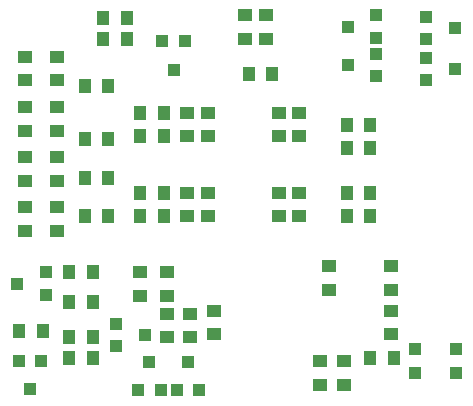
<source format=gbp>
%FSLAX25Y25*%
%MOIN*%
G70*
G01*
G75*
G04 Layer_Color=128*
%ADD10R,0.05118X0.03937*%
%ADD11R,0.05118X0.09843*%
%ADD12R,0.05118X0.06299*%
%ADD13R,0.03937X0.05118*%
%ADD14R,0.05512X0.19685*%
%ADD15R,0.05512X0.05512*%
%ADD16R,0.03937X0.03937*%
%ADD17R,0.06299X0.01969*%
%ADD18R,0.15748X0.06299*%
%ADD19R,0.05118X0.03150*%
%ADD20R,0.09055X0.05118*%
%ADD21R,0.07874X0.12598*%
%ADD22R,0.12598X0.07874*%
%ADD23C,0.03937*%
%ADD24C,0.02284*%
%ADD25C,0.01000*%
%ADD26C,0.01969*%
%ADD27C,0.02953*%
%ADD28C,0.02756*%
%ADD29C,0.01890*%
%ADD30C,0.03150*%
%ADD31R,0.01181X0.09449*%
%ADD32R,0.01181X0.09449*%
%ADD33C,0.03937*%
%ADD34R,0.03937X0.03937*%
%ADD35C,0.01772*%
%ADD36C,0.03347*%
%ADD37C,0.00787*%
%ADD38R,0.17323X0.03543*%
%ADD39R,0.11024X0.11024*%
%ADD40R,0.28346X0.03937*%
%ADD41R,0.03150X0.07087*%
%ADD42R,0.03150X0.07480*%
%ADD43R,0.02756X0.07087*%
%ADD44R,0.03150X0.07480*%
%ADD45R,0.01969X0.10236*%
%ADD46R,0.05918X0.04737*%
%ADD47R,0.05918X0.10642*%
%ADD48R,0.05918X0.07099*%
%ADD49R,0.04737X0.05918*%
%ADD50R,0.06312X0.20485*%
%ADD51R,0.06312X0.06312*%
%ADD52R,0.04737X0.04737*%
%ADD53R,0.07099X0.02769*%
%ADD54R,0.16548X0.07099*%
%ADD55R,0.05918X0.03950*%
%ADD56R,0.09855X0.05918*%
%ADD57R,0.08674X0.13398*%
%ADD58R,0.13398X0.08674*%
%ADD59R,0.04737X0.04737*%
D10*
X422047Y370079D02*
D03*
Y377953D02*
D03*
X414961Y377953D02*
D03*
Y370079D02*
D03*
X433071Y345473D02*
D03*
Y337598D02*
D03*
X395669Y337598D02*
D03*
Y345472D02*
D03*
X426181Y337598D02*
D03*
Y345473D02*
D03*
X426181Y311023D02*
D03*
Y318898D02*
D03*
X402559Y311023D02*
D03*
Y318898D02*
D03*
X395669Y318898D02*
D03*
Y311024D02*
D03*
X433071Y311023D02*
D03*
Y318898D02*
D03*
X402559Y337598D02*
D03*
Y345473D02*
D03*
X388780Y284449D02*
D03*
Y292323D02*
D03*
X404528Y271654D02*
D03*
Y279527D02*
D03*
X388780Y270669D02*
D03*
Y278543D02*
D03*
X463583Y286418D02*
D03*
Y294292D02*
D03*
X447835Y254921D02*
D03*
Y262795D02*
D03*
X463583Y271654D02*
D03*
Y279527D02*
D03*
X439961Y254921D02*
D03*
Y262795D02*
D03*
X442913Y294291D02*
D03*
Y286417D02*
D03*
X396654Y270669D02*
D03*
Y278543D02*
D03*
X341535Y364173D02*
D03*
Y356299D02*
D03*
X341535Y347441D02*
D03*
Y339567D02*
D03*
X352362Y347441D02*
D03*
Y339567D02*
D03*
X341535Y313976D02*
D03*
Y306102D02*
D03*
X352362Y313976D02*
D03*
Y306102D02*
D03*
X341535Y330709D02*
D03*
Y322835D02*
D03*
X352362Y364173D02*
D03*
Y356299D02*
D03*
X352362Y330709D02*
D03*
Y322835D02*
D03*
X379921Y284449D02*
D03*
Y292323D02*
D03*
D13*
X416142Y358268D02*
D03*
X424016D02*
D03*
X375590Y370079D02*
D03*
X367717D02*
D03*
X375590Y377165D02*
D03*
X367717D02*
D03*
X387795Y318898D02*
D03*
X379921D02*
D03*
X387795Y311024D02*
D03*
X379921D02*
D03*
X387795Y345472D02*
D03*
X379921D02*
D03*
X448819Y341535D02*
D03*
X456693D02*
D03*
X387795Y337598D02*
D03*
X379921D02*
D03*
X456693Y333662D02*
D03*
X448819D02*
D03*
X448819Y311023D02*
D03*
X456693D02*
D03*
X456693Y318898D02*
D03*
X448819D02*
D03*
X364173Y270669D02*
D03*
X356299D02*
D03*
X364173Y263779D02*
D03*
X356299D02*
D03*
X339567Y272638D02*
D03*
X347441D02*
D03*
X364173Y282480D02*
D03*
X356299D02*
D03*
X464567Y263780D02*
D03*
X456693D02*
D03*
X364173Y292323D02*
D03*
X356299D02*
D03*
X361417Y354331D02*
D03*
X369291D02*
D03*
X361417Y336614D02*
D03*
X369291D02*
D03*
X361417Y323622D02*
D03*
X369291D02*
D03*
X361417Y311024D02*
D03*
X369291D02*
D03*
D16*
X449213Y361417D02*
D03*
X458661Y365158D02*
D03*
Y357677D02*
D03*
X484842Y360039D02*
D03*
X475394Y356299D02*
D03*
Y363780D02*
D03*
X449213Y374213D02*
D03*
X458661Y377953D02*
D03*
Y370472D02*
D03*
X484842Y373819D02*
D03*
X475394Y370079D02*
D03*
Y377559D02*
D03*
X338976Y288583D02*
D03*
X348425Y292323D02*
D03*
Y284843D02*
D03*
X381496Y271457D02*
D03*
X372047Y267716D02*
D03*
Y275197D02*
D03*
X471457Y266732D02*
D03*
X485236D02*
D03*
X471457Y258858D02*
D03*
X485236D02*
D03*
D34*
X391142Y359842D02*
D03*
X387402Y369291D02*
D03*
X394882D02*
D03*
X395866Y262402D02*
D03*
X399606Y252953D02*
D03*
X392126D02*
D03*
X383071Y262402D02*
D03*
X386811Y252953D02*
D03*
X379331D02*
D03*
X343307Y253346D02*
D03*
X339567Y262795D02*
D03*
X347047D02*
D03*
M02*

</source>
